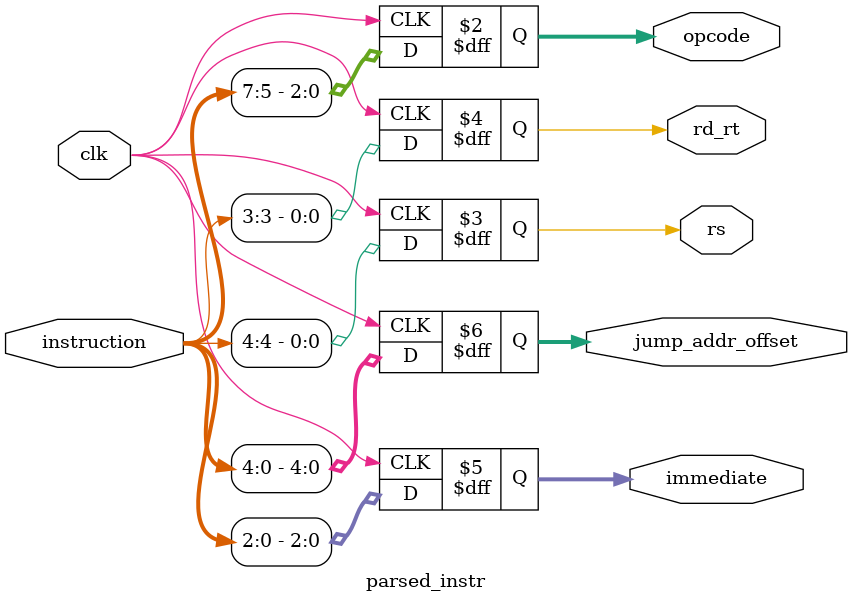
<source format=v>
`timescale 1ns / 1ps


module parsed_instr(
    output reg [2:0] opcode,
    output reg rs,
    output reg rd_rt,
    output reg [2:0] immediate,
    output reg [4:0] jump_addr_offset,
    
    input [7:0] instruction,
    input clk
    );
    
    
always @(posedge clk) begin
  opcode <= instruction[7:5];
  rs <=  instruction[4];
  rd_rt <= instruction[3];
  immediate <= instruction[2:0];
  jump_addr_offset <= instruction[4:0];
end
endmodule

</source>
